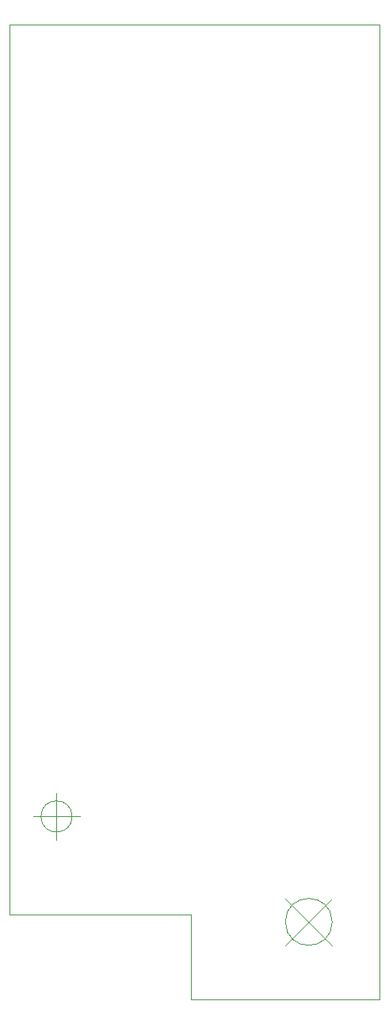
<source format=gbr>
%TF.GenerationSoftware,KiCad,Pcbnew,6.0.4-6f826c9f35~116~ubuntu20.04.1*%
%TF.CreationDate,2022-04-02T12:26:26+02:00*%
%TF.ProjectId,placaCANSAT_V3_GIRADA,706c6163-6143-4414-9e53-41545f56335f,rev?*%
%TF.SameCoordinates,Original*%
%TF.FileFunction,Profile,NP*%
%FSLAX46Y46*%
G04 Gerber Fmt 4.6, Leading zero omitted, Abs format (unit mm)*
G04 Created by KiCad (PCBNEW 6.0.4-6f826c9f35~116~ubuntu20.04.1) date 2022-04-02 12:26:26*
%MOMM*%
%LPD*%
G01*
G04 APERTURE LIST*
%TA.AperFunction,Profile*%
%ADD10C,0.100000*%
%TD*%
%TA.AperFunction,Profile*%
%ADD11C,0.050000*%
%TD*%
G04 APERTURE END LIST*
D10*
X38727312Y-103968536D02*
X19347312Y-103968536D01*
X39497312Y31464D02*
X39497312Y-103968536D01*
X-32688Y31464D02*
X39497312Y31464D01*
X39497312Y31464D02*
X38727312Y31464D01*
X-32688Y-94968536D02*
X-32688Y31464D01*
X39497312Y-103968536D02*
X38727312Y-103968536D01*
D11*
X-32688Y-94968536D02*
X19347312Y-94968536D01*
X19347312Y-94968536D02*
X19347312Y-103968536D01*
X6633978Y-84468536D02*
G75*
G03*
X6633978Y-84468536I-1666666J0D01*
G01*
X2467312Y-84468536D02*
X7467312Y-84468536D01*
X4967312Y-81968536D02*
X4967312Y-86968536D01*
X34427312Y-95718536D02*
G75*
G03*
X34427312Y-95718536I-2500000J0D01*
G01*
X29427312Y-93218536D02*
X34427312Y-98218536D01*
X29427312Y-98218536D02*
X34427312Y-93218536D01*
M02*

</source>
